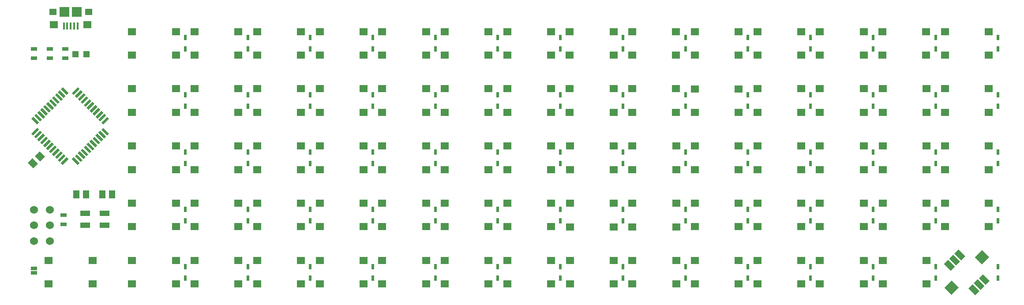
<source format=gtp>
G04 ---------------------------- Layer name :TOP PASTER LAYER*
G04 easyEDA 0.1*
G04 Scale: 100 percent, Rotated: No, Reflected: No *
G04 Dimensions in inches *
G04 leading zeros omitted , absolute positions ,2 integer and 4 * 
%FSLAX24Y24*%
%MOIN*%
G90*
G70D02*

%ADD12C,0.060000*%
%ADD14R,0.023600X0.039400*%
%ADD15R,0.050000X0.025000*%
%ADD16R,0.074800X0.043300*%
%ADD17R,0.051200X0.059100*%
%ADD18R,0.063000X0.055100*%
%ADD19R,0.057100X0.051200*%
%ADD20R,0.074800X0.074800*%
%ADD21R,0.015700X0.053100*%
%ADD22R,0.047200X0.031500*%
%ADD24R,0.062992X0.055120*%
%ADD25R,0.047200X0.047200*%

%LPD*%
%LNVIA PAD TRACK COPPERAREA*%
G54D12*
G01X1198Y31432D03*
G01X1198Y30252D03*
G01X1198Y29071D03*
G01X2380Y31434D03*
G01X2378Y30253D03*
G01X2378Y29071D03*
G54D14*
G01X74031Y31465D03*
G01X74031Y30605D03*
G54D15*
G01X1188Y26992D03*
G01X1188Y26673D03*
G54D16*
G01X6510Y31153D03*
G01X5050Y30253D03*
G01X6510Y30253D03*
G01X5050Y31153D03*
G54D17*
G01X4371Y32615D03*
G01X5111Y32615D03*
G54D18*
G01X5218Y45430D03*
G01X2698Y45430D03*
G54D19*
G01X5309Y46390D03*
G01X2609Y46390D03*
G54D20*
G01X4428Y46390D03*
G01X3488Y46390D03*
G54D21*
G01X4469Y45340D03*
G01X3448Y45340D03*
G01X4219Y45340D03*
G01X3698Y45340D03*
G01X3959Y45340D03*
G54D22*
G01X2380Y42894D03*
G01X2380Y43594D03*
G01X1198Y43594D03*
G01X1198Y42894D03*
G54D17*
G01X6344Y32615D03*
G01X7085Y32615D03*
G36*
G01X717Y34987D02*
G01X1079Y35349D01*
G01X1497Y34931D01*
G01X1135Y34569D01*
G01X717Y34987D01*
G37*
G36*
G01X1240Y35510D02*
G01X1602Y35872D01*
G01X2020Y35454D01*
G01X1658Y35092D01*
G01X1240Y35510D01*
G37*
G54D22*
G01X3407Y30351D03*
G01X3407Y31051D03*
G01X3561Y43594D03*
G01X3561Y42894D03*
G36*
G01X988Y37202D02*
G01X1433Y37647D01*
G01X1575Y37505D01*
G01X1129Y37060D01*
G01X988Y37202D01*
G37*
G36*
G01X1207Y36982D02*
G01X1652Y37428D01*
G01X1794Y37286D01*
G01X1348Y36841D01*
G01X1207Y36982D01*
G37*
G36*
G01X1433Y36756D02*
G01X1879Y37202D01*
G01X2020Y37060D01*
G01X1575Y36615D01*
G01X1433Y36756D01*
G37*
G36*
G01X1652Y36537D02*
G01X2098Y36982D01*
G01X2239Y36841D01*
G01X1794Y36395D01*
G01X1652Y36537D01*
G37*
G36*
G01X1879Y36311D02*
G01X2324Y36756D01*
G01X2466Y36615D01*
G01X2020Y36169D01*
G01X1879Y36311D01*
G37*
G36*
G01X2098Y36091D02*
G01X2543Y36537D01*
G01X2685Y36395D01*
G01X2239Y35950D01*
G01X2098Y36091D01*
G37*
G36*
G01X2324Y35865D02*
G01X2770Y36311D01*
G01X2911Y36169D01*
G01X2466Y35724D01*
G01X2324Y35865D01*
G37*
G36*
G01X2543Y35646D02*
G01X2989Y36091D01*
G01X3130Y35950D01*
G01X2685Y35504D01*
G01X2543Y35646D01*
G37*
G36*
G01X2770Y35420D02*
G01X3215Y35865D01*
G01X3357Y35724D01*
G01X2911Y35278D01*
G01X2770Y35420D01*
G37*
G36*
G01X2989Y35200D02*
G01X3434Y35646D01*
G01X3576Y35504D01*
G01X3130Y35059D01*
G01X2989Y35200D01*
G37*
G36*
G01X3215Y34974D02*
G01X3661Y35420D01*
G01X3802Y35278D01*
G01X3357Y34833D01*
G01X3215Y34974D01*
G37*
G36*
G01X4495Y34833D02*
G01X4050Y35278D01*
G01X4191Y35420D01*
G01X4636Y34974D01*
G01X4495Y34833D01*
G37*
G36*
G01X4714Y35052D02*
G01X4269Y35497D01*
G01X4410Y35639D01*
G01X4856Y35193D01*
G01X4714Y35052D01*
G37*
G36*
G01X4940Y35278D02*
G01X4495Y35724D01*
G01X4636Y35865D01*
G01X5082Y35420D01*
G01X4940Y35278D01*
G37*
G36*
G01X5160Y35497D02*
G01X4714Y35943D01*
G01X4856Y36084D01*
G01X5301Y35639D01*
G01X5160Y35497D01*
G37*
G36*
G01X5386Y35724D02*
G01X4940Y36169D01*
G01X5082Y36311D01*
G01X5527Y35865D01*
G01X5386Y35724D01*
G37*
G36*
G01X5605Y35943D02*
G01X5160Y36388D01*
G01X5301Y36530D01*
G01X5747Y36084D01*
G01X5605Y35943D01*
G37*
G36*
G01X5831Y36169D02*
G01X5386Y36615D01*
G01X5527Y36756D01*
G01X5973Y36311D01*
G01X5831Y36169D01*
G37*
G36*
G01X6051Y36388D02*
G01X5605Y36834D01*
G01X5747Y36975D01*
G01X6192Y36530D01*
G01X6051Y36388D01*
G37*
G36*
G01X6277Y36615D02*
G01X5831Y37060D01*
G01X5973Y37202D01*
G01X6418Y36756D01*
G01X6277Y36615D01*
G37*
G36*
G01X6496Y36834D02*
G01X6051Y37279D01*
G01X6192Y37421D01*
G01X6638Y36975D01*
G01X6496Y36834D01*
G37*
G36*
G01X6722Y37060D02*
G01X6277Y37505D01*
G01X6418Y37647D01*
G01X6864Y37202D01*
G01X6722Y37060D01*
G37*
G36*
G01X4050Y40263D02*
G01X4495Y40709D01*
G01X4636Y40567D01*
G01X4191Y40122D01*
G01X4050Y40263D01*
G37*
G36*
G01X4269Y40044D02*
G01X4714Y40490D01*
G01X4856Y40348D01*
G01X4410Y39903D01*
G01X4269Y40044D01*
G37*
G36*
G01X4495Y39818D02*
G01X4940Y40263D01*
G01X5082Y40122D01*
G01X4636Y39676D01*
G01X4495Y39818D01*
G37*
G36*
G01X4714Y39599D02*
G01X5160Y40044D01*
G01X5301Y39903D01*
G01X4856Y39457D01*
G01X4714Y39599D01*
G37*
G36*
G01X4940Y39372D02*
G01X5386Y39818D01*
G01X5527Y39676D01*
G01X5082Y39231D01*
G01X4940Y39372D01*
G37*
G36*
G01X5160Y39153D02*
G01X5605Y39599D01*
G01X5747Y39457D01*
G01X5301Y39012D01*
G01X5160Y39153D01*
G37*
G36*
G01X5386Y38927D02*
G01X5831Y39372D01*
G01X5973Y39231D01*
G01X5527Y38785D01*
G01X5386Y38927D01*
G37*
G36*
G01X5605Y38708D02*
G01X6051Y39153D01*
G01X6192Y39012D01*
G01X5747Y38566D01*
G01X5605Y38708D01*
G37*
G36*
G01X5831Y38481D02*
G01X6277Y38927D01*
G01X6418Y38785D01*
G01X5973Y38340D01*
G01X5831Y38481D01*
G37*
G36*
G01X6051Y38262D02*
G01X6496Y38708D01*
G01X6638Y38566D01*
G01X6192Y38121D01*
G01X6051Y38262D01*
G37*
G36*
G01X6277Y38036D02*
G01X6722Y38481D01*
G01X6864Y38340D01*
G01X6418Y37894D01*
G01X6277Y38036D01*
G37*
G36*
G01X1433Y37894D02*
G01X988Y38340D01*
G01X1129Y38481D01*
G01X1575Y38036D01*
G01X1433Y37894D01*
G37*
G36*
G01X1652Y38114D02*
G01X1207Y38559D01*
G01X1348Y38701D01*
G01X1794Y38255D01*
G01X1652Y38114D01*
G37*
G36*
G01X1879Y38340D02*
G01X1433Y38785D01*
G01X1575Y38927D01*
G01X2020Y38481D01*
G01X1879Y38340D01*
G37*
G36*
G01X2098Y38559D02*
G01X1652Y39005D01*
G01X1794Y39146D01*
G01X2239Y38701D01*
G01X2098Y38559D01*
G37*
G36*
G01X2324Y38785D02*
G01X1879Y39231D01*
G01X2020Y39372D01*
G01X2466Y38927D01*
G01X2324Y38785D01*
G37*
G36*
G01X2543Y39005D02*
G01X2098Y39450D01*
G01X2239Y39592D01*
G01X2685Y39146D01*
G01X2543Y39005D01*
G37*
G36*
G01X2770Y39231D02*
G01X2324Y39676D01*
G01X2466Y39818D01*
G01X2911Y39372D01*
G01X2770Y39231D01*
G37*
G36*
G01X2989Y39450D02*
G01X2543Y39896D01*
G01X2685Y40037D01*
G01X3130Y39592D01*
G01X2989Y39450D01*
G37*
G36*
G01X3215Y39676D02*
G01X2770Y40122D01*
G01X2911Y40263D01*
G01X3357Y39818D01*
G01X3215Y39676D01*
G37*
G36*
G01X3434Y39896D02*
G01X2989Y40341D01*
G01X3130Y40482D01*
G01X3576Y40037D01*
G01X3434Y39896D01*
G37*
G36*
G01X3661Y40122D02*
G01X3215Y40567D01*
G01X3357Y40709D01*
G01X3802Y40263D01*
G01X3661Y40122D01*
G37*
G54D24*
G01X2301Y25823D03*
G01X5609Y25823D03*
G01X2301Y27594D03*
G01X5609Y27594D03*
G54D25*
G01X4332Y43188D03*
G01X5152Y43188D03*
G54D24*
G01X8601Y43146D03*
G01X11909Y43146D03*
G01X8601Y44917D03*
G01X11909Y44917D03*
G54D14*
G01X12617Y44461D03*
G01X12617Y43602D03*
G54D24*
G01X8601Y38815D03*
G01X11909Y38815D03*
G01X8601Y40588D03*
G01X11909Y40588D03*
G54D14*
G01X12615Y40132D03*
G01X12615Y39271D03*
G54D24*
G01X8601Y34484D03*
G01X11909Y34484D03*
G01X8601Y36255D03*
G01X11909Y36255D03*
G54D14*
G01X12615Y35801D03*
G01X12615Y34940D03*
G54D24*
G01X8601Y30153D03*
G01X11909Y30153D03*
G01X8601Y31926D03*
G01X11909Y31926D03*
G54D14*
G01X12615Y31469D03*
G01X12615Y30609D03*
G54D24*
G01X8601Y25823D03*
G01X11909Y25823D03*
G01X8601Y27596D03*
G01X11909Y27596D03*
G54D14*
G01X12615Y27138D03*
G01X12615Y26278D03*
G36*
G01X71027Y28434D02*
G01X71542Y27919D01*
G01X71235Y27613D01*
G01X70721Y28128D01*
G01X71027Y28434D01*
G37*
G36*
G01X72880Y26581D02*
G01X73394Y26067D01*
G01X73088Y25760D01*
G01X72573Y26275D01*
G01X72880Y26581D01*
G37*
G36*
G01X70249Y27656D02*
G01X70764Y27141D01*
G01X70458Y26835D01*
G01X69943Y27350D01*
G01X70249Y27656D01*
G37*
G36*
G01X70638Y28045D02*
G01X71153Y27530D01*
G01X70847Y27224D01*
G01X70332Y27739D01*
G01X70638Y28045D01*
G37*
G36*
G01X72102Y25803D02*
G01X72617Y25289D01*
G01X72310Y24982D01*
G01X71796Y25497D01*
G01X72102Y25803D01*
G37*
G36*
G01X72491Y26192D02*
G01X73005Y25678D01*
G01X72699Y25371D01*
G01X72184Y25886D01*
G01X72491Y26192D01*
G37*
G36*
G01X72835Y28403D02*
G01X73364Y27875D01*
G01X72807Y27318D01*
G01X72279Y27847D01*
G01X72835Y28403D01*
G37*
G36*
G01X70530Y26098D02*
G01X71059Y25569D01*
G01X70502Y25013D01*
G01X69973Y25542D01*
G01X70530Y26098D01*
G37*
G01X74033Y27138D03*
G01X74033Y26278D03*
G54D24*
G01X13325Y43146D03*
G01X16632Y43146D03*
G01X13325Y44917D03*
G01X16632Y44917D03*
G54D14*
G01X17339Y44461D03*
G01X17339Y43602D03*
G54D24*
G01X13322Y38815D03*
G01X16631Y38815D03*
G01X13322Y40588D03*
G01X16631Y40588D03*
G54D14*
G01X17336Y40132D03*
G01X17336Y39273D03*
G54D24*
G01X13322Y34484D03*
G01X16631Y34484D03*
G01X13322Y36257D03*
G01X16631Y36257D03*
G54D14*
G01X17336Y35801D03*
G01X17336Y34940D03*
G54D24*
G01X13322Y30153D03*
G01X16631Y30153D03*
G01X13322Y31926D03*
G01X16631Y31926D03*
G54D14*
G01X17336Y31467D03*
G01X17336Y30607D03*
G54D24*
G01X13322Y25823D03*
G01X16631Y25823D03*
G01X13322Y27594D03*
G01X16631Y27594D03*
G54D14*
G01X17336Y27136D03*
G01X17336Y26276D03*
G54D24*
G01X18047Y43146D03*
G01X21355Y43146D03*
G01X18047Y44917D03*
G01X21355Y44917D03*
G54D14*
G01X22063Y44461D03*
G01X22063Y43602D03*
G54D24*
G01X18047Y38815D03*
G01X21355Y38815D03*
G01X18047Y40586D03*
G01X21355Y40586D03*
G54D14*
G01X22057Y40125D03*
G01X22057Y39265D03*
G54D24*
G01X18050Y34484D03*
G01X21357Y34484D03*
G01X18050Y36255D03*
G01X21357Y36255D03*
G54D14*
G01X22059Y35790D03*
G01X22059Y34930D03*
G54D24*
G01X18050Y30153D03*
G01X21357Y30153D03*
G01X18050Y31925D03*
G01X21357Y31925D03*
G54D14*
G01X22060Y31467D03*
G01X22060Y30607D03*
G54D24*
G01X18050Y25821D03*
G01X21357Y25821D03*
G01X18050Y27594D03*
G01X21357Y27594D03*
G54D14*
G01X22061Y27140D03*
G01X22061Y26280D03*
G54D24*
G01X22771Y43146D03*
G01X26078Y43146D03*
G01X22771Y44917D03*
G01X26078Y44917D03*
G54D14*
G01X26785Y44461D03*
G01X26785Y43602D03*
G54D24*
G01X22771Y38815D03*
G01X26078Y38815D03*
G01X22771Y40586D03*
G01X26078Y40586D03*
G54D14*
G01X26786Y40129D03*
G01X26786Y39269D03*
G54D24*
G01X22776Y34484D03*
G01X26084Y34484D03*
G01X22776Y36255D03*
G01X26084Y36255D03*
G54D14*
G01X26788Y35794D03*
G01X26788Y34934D03*
G54D24*
G01X22776Y30153D03*
G01X26084Y30153D03*
G01X22776Y31925D03*
G01X26084Y31925D03*
G54D14*
G01X26789Y31461D03*
G01X26789Y30602D03*
G54D24*
G01X22776Y25821D03*
G01X26084Y25821D03*
G01X22776Y27594D03*
G01X26084Y27594D03*
G54D14*
G01X26790Y27142D03*
G01X26790Y26282D03*
G54D24*
G01X27493Y43146D03*
G01X30802Y43146D03*
G01X27493Y44917D03*
G01X30802Y44917D03*
G54D14*
G01X31510Y44461D03*
G01X31510Y43602D03*
G54D24*
G01X27500Y38813D03*
G01X30807Y38813D03*
G01X27500Y40586D03*
G01X30807Y40586D03*
G54D14*
G01X31511Y40129D03*
G01X31511Y39269D03*
G54D24*
G01X27494Y34484D03*
G01X30802Y34484D03*
G01X27494Y36255D03*
G01X30802Y36255D03*
G54D14*
G01X31514Y35796D03*
G01X31514Y34936D03*
G54D24*
G01X27500Y30152D03*
G01X30807Y30152D03*
G01X27500Y31923D03*
G01X30807Y31923D03*
G54D14*
G01X31514Y31473D03*
G01X31514Y30613D03*
G54D24*
G01X27500Y25821D03*
G01X30807Y25821D03*
G01X27500Y27592D03*
G01X30807Y27592D03*
G54D14*
G01X31517Y27140D03*
G01X31517Y26280D03*
G54D24*
G01X32218Y43146D03*
G01X35526Y43146D03*
G01X32218Y44917D03*
G01X35526Y44917D03*
G54D14*
G01X36231Y44461D03*
G01X36231Y43602D03*
G54D24*
G01X32221Y38815D03*
G01X35529Y38815D03*
G01X32221Y40586D03*
G01X35529Y40586D03*
G54D14*
G01X36227Y40126D03*
G01X36227Y39265D03*
G54D24*
G01X32223Y34482D03*
G01X35531Y34482D03*
G01X32223Y36255D03*
G01X35531Y36255D03*
G54D14*
G01X36227Y35792D03*
G01X36227Y34932D03*
G54D24*
G01X32223Y30152D03*
G01X35531Y30152D03*
G01X32223Y31923D03*
G01X35531Y31923D03*
G54D14*
G01X36230Y31461D03*
G01X36230Y30601D03*
G54D24*
G01X32223Y25821D03*
G01X35531Y25821D03*
G01X32223Y27592D03*
G01X35531Y27592D03*
G54D14*
G01X36231Y27130D03*
G01X36231Y26271D03*
G54D24*
G01X36946Y43146D03*
G01X40254Y43146D03*
G01X36946Y44917D03*
G01X40254Y44917D03*
G54D14*
G01X40955Y44461D03*
G01X40955Y43602D03*
G54D24*
G01X36952Y38813D03*
G01X40260Y38813D03*
G01X36952Y40586D03*
G01X40260Y40586D03*
G54D14*
G01X40955Y40132D03*
G01X40955Y39271D03*
G54D24*
G01X36952Y34482D03*
G01X40260Y34482D03*
G01X36952Y36255D03*
G01X40260Y36255D03*
G54D14*
G01X40951Y35792D03*
G01X40951Y34932D03*
G54D24*
G01X36952Y30152D03*
G01X40260Y30152D03*
G01X36952Y31923D03*
G01X40260Y31923D03*
G54D14*
G01X40952Y31461D03*
G01X40952Y30601D03*
G54D24*
G01X36952Y25821D03*
G01X40260Y25821D03*
G01X36952Y27592D03*
G01X40260Y27592D03*
G54D14*
G01X40954Y27134D03*
G01X40954Y26275D03*
G54D24*
G01X41665Y43146D03*
G01X44973Y43146D03*
G01X41665Y44917D03*
G01X44973Y44917D03*
G54D14*
G01X45681Y44461D03*
G01X45681Y43602D03*
G54D24*
G01X41667Y38815D03*
G01X44975Y38815D03*
G01X41667Y40586D03*
G01X44975Y40586D03*
G54D14*
G01X45681Y40128D03*
G01X45681Y39267D03*
G54D24*
G01X41675Y34482D03*
G01X44982Y34482D03*
G01X41675Y36254D03*
G01X44982Y36254D03*
G54D14*
G01X45681Y35794D03*
G01X45681Y34934D03*
G54D24*
G01X41675Y30151D03*
G01X44982Y30151D03*
G01X41675Y31923D03*
G01X44982Y31923D03*
G54D14*
G01X45684Y31467D03*
G01X45684Y30607D03*
G54D24*
G01X41675Y25819D03*
G01X44982Y25819D03*
G01X41675Y27592D03*
G01X44982Y27592D03*
G54D14*
G01X45685Y27136D03*
G01X45685Y26277D03*
G54D24*
G01X46385Y43146D03*
G01X49693Y43146D03*
G01X46385Y44917D03*
G01X49693Y44917D03*
G54D14*
G01X50410Y44461D03*
G01X50410Y43602D03*
G54D24*
G01X46389Y38815D03*
G01X49697Y38815D03*
G01X46389Y40586D03*
G01X49697Y40586D03*
G54D14*
G01X50402Y40125D03*
G01X50402Y39265D03*
G54D24*
G01X46397Y34482D03*
G01X49705Y34482D03*
G01X46397Y36254D03*
G01X49705Y36254D03*
G54D14*
G01X50406Y35792D03*
G01X50406Y34932D03*
G54D24*
G01X46397Y30151D03*
G01X49705Y30151D03*
G01X46397Y31923D03*
G01X49705Y31923D03*
G54D14*
G01X50406Y31457D03*
G01X50406Y30596D03*
G54D24*
G01X46397Y25819D03*
G01X49705Y25819D03*
G01X46397Y27592D03*
G01X49705Y27592D03*
G54D14*
G01X50406Y27127D03*
G01X50406Y26267D03*
G54D24*
G01X51118Y43144D03*
G01X54427Y43144D03*
G01X51118Y44917D03*
G01X54427Y44917D03*
G54D14*
G01X55127Y44461D03*
G01X55127Y43602D03*
G54D24*
G01X51114Y38811D03*
G01X54422Y38811D03*
G01X51114Y40582D03*
G01X54422Y40582D03*
G54D14*
G01X55130Y40128D03*
G01X55130Y39267D03*
G54D24*
G01X51118Y34484D03*
G01X54427Y34484D03*
G01X51118Y36255D03*
G01X54427Y36255D03*
G54D14*
G01X55131Y35801D03*
G01X55131Y34940D03*
G54D24*
G01X51118Y30153D03*
G01X54427Y30153D03*
G01X51118Y31925D03*
G01X54427Y31925D03*
G54D14*
G01X55131Y31467D03*
G01X55131Y30607D03*
G54D24*
G01X51118Y25821D03*
G01X54427Y25821D03*
G01X51118Y27594D03*
G01X54427Y27594D03*
G54D14*
G01X55135Y27140D03*
G01X55135Y26280D03*
G54D24*
G01X55840Y43146D03*
G01X59148Y43146D03*
G01X55840Y44917D03*
G01X59148Y44917D03*
G54D14*
G01X59860Y44461D03*
G01X59860Y43602D03*
G54D24*
G01X55844Y38817D03*
G01X59152Y38817D03*
G01X55844Y40590D03*
G01X59152Y40590D03*
G54D14*
G01X59860Y40132D03*
G01X59860Y39271D03*
G54D24*
G01X55844Y34484D03*
G01X59152Y34484D03*
G01X55844Y36257D03*
G01X59152Y36257D03*
G54D14*
G01X59860Y35801D03*
G01X59860Y34940D03*
G54D24*
G01X55844Y30153D03*
G01X59152Y30153D03*
G01X55844Y31926D03*
G01X59152Y31926D03*
G54D14*
G01X59860Y31471D03*
G01X59860Y30611D03*
G54D24*
G01X55844Y25823D03*
G01X59152Y25823D03*
G01X55844Y27594D03*
G01X59152Y27594D03*
G54D14*
G01X59859Y27132D03*
G01X59859Y26271D03*
G54D24*
G01X60563Y43146D03*
G01X63871Y43146D03*
G01X60563Y44917D03*
G01X63871Y44917D03*
G54D14*
G01X64585Y44461D03*
G01X64585Y43602D03*
G54D24*
G01X60568Y38815D03*
G01X63876Y38815D03*
G01X60568Y40588D03*
G01X63876Y40588D03*
G54D14*
G01X64588Y40128D03*
G01X64588Y39267D03*
G54D24*
G01X60565Y34484D03*
G01X63873Y34484D03*
G01X60565Y36257D03*
G01X63873Y36257D03*
G54D14*
G01X64588Y35794D03*
G01X64588Y34934D03*
G54D24*
G01X60565Y30155D03*
G01X63873Y30155D03*
G01X60565Y31927D03*
G01X63873Y31927D03*
G54D14*
G01X64589Y31459D03*
G01X64589Y30600D03*
G54D24*
G01X60565Y25823D03*
G01X63873Y25823D03*
G01X60565Y27596D03*
G01X63873Y27596D03*
G54D14*
G01X64589Y27126D03*
G01X64589Y26265D03*
G54D24*
G01X65290Y43146D03*
G01X68598Y43146D03*
G01X65290Y44917D03*
G01X68598Y44917D03*
G54D14*
G01X69309Y44461D03*
G01X69309Y43602D03*
G54D24*
G01X65304Y38815D03*
G01X68611Y38815D03*
G01X65304Y40588D03*
G01X68611Y40588D03*
G54D14*
G01X69310Y40128D03*
G01X69310Y39267D03*
G54D24*
G01X65304Y34484D03*
G01X68611Y34484D03*
G01X65304Y36257D03*
G01X68611Y36257D03*
G54D14*
G01X69311Y35794D03*
G01X69311Y34934D03*
G54D24*
G01X65304Y30153D03*
G01X68611Y30153D03*
G01X65304Y31926D03*
G01X68611Y31926D03*
G54D14*
G01X69313Y31459D03*
G01X69313Y30600D03*
G54D24*
G01X65304Y25823D03*
G01X68611Y25823D03*
G01X65304Y27594D03*
G01X68611Y27594D03*
G54D14*
G01X69313Y27126D03*
G01X69313Y26265D03*
G54D24*
G01X70014Y43146D03*
G01X73322Y43146D03*
G01X70014Y44917D03*
G01X73322Y44917D03*
G54D14*
G01X74027Y44461D03*
G01X74027Y43602D03*
G54D24*
G01X70014Y38815D03*
G01X73322Y38815D03*
G01X70014Y40588D03*
G01X73322Y40588D03*
G54D14*
G01X74023Y40128D03*
G01X74023Y39267D03*
G54D24*
G01X70015Y34484D03*
G01X73323Y34484D03*
G01X70015Y36257D03*
G01X73323Y36257D03*
G54D14*
G01X74022Y35794D03*
G01X74022Y34934D03*
G54D24*
G01X70017Y30153D03*
G01X73325Y30153D03*
G01X70017Y31926D03*
G01X73325Y31926D03*

M00*
M02*
</source>
